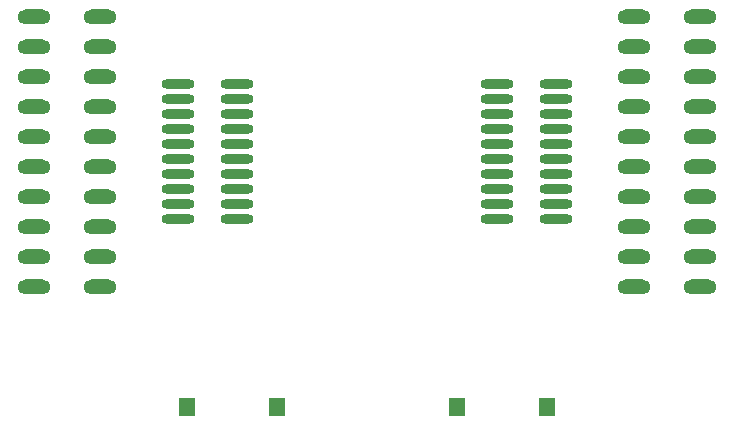
<source format=gtp>
G04 Layer: TopPasteMaskLayer*
G04 EasyEDA v6.5.44, 2024-09-01 09:52:19*
G04 b4576de5f8ba4d03ab64208176f03f1d,a54f91b67bf74260adec70c9c35cfc8e,10*
G04 Gerber Generator version 0.2*
G04 Scale: 100 percent, Rotated: No, Reflected: No *
G04 Dimensions in millimeters *
G04 leading zeros omitted , absolute positions ,4 integer and 5 decimal *
%FSLAX45Y45*%
%MOMM*%

%ADD10R,1.4000X1.5000*%
%ADD11O,2.7999944X1.27*%
%ADD12O,2.7999944X0.7999984*%

%LPD*%
D10*
G01*
X-1522984Y-2159000D03*
G01*
X-762990Y-2159000D03*
G01*
X763015Y-2159000D03*
G01*
X1522984Y-2159000D03*
D11*
G01*
X-2820009Y1143000D03*
G01*
X-2260015Y1143000D03*
G01*
X-2820009Y889000D03*
G01*
X-2260015Y889000D03*
G01*
X-2820009Y635000D03*
G01*
X-2260015Y635000D03*
G01*
X-2820009Y381000D03*
G01*
X-2260015Y381000D03*
G01*
X-2820009Y127000D03*
G01*
X-2260015Y127000D03*
G01*
X-2820009Y-127000D03*
G01*
X-2260015Y-127000D03*
G01*
X-2820009Y-381000D03*
G01*
X-2260015Y-381000D03*
G01*
X-2820009Y-635000D03*
G01*
X-2260015Y-635000D03*
G01*
X-2820009Y-889000D03*
G01*
X-2260015Y-889000D03*
G01*
X-2820009Y-1143000D03*
G01*
X-2260015Y-1143000D03*
G01*
X2259990Y1143000D03*
G01*
X2819984Y1143000D03*
G01*
X2259990Y889000D03*
G01*
X2819984Y889000D03*
G01*
X2259990Y635000D03*
G01*
X2819984Y635000D03*
G01*
X2259990Y381000D03*
G01*
X2819984Y381000D03*
G01*
X2259990Y127000D03*
G01*
X2819984Y127000D03*
G01*
X2259990Y-127000D03*
G01*
X2819984Y-127000D03*
G01*
X2259990Y-381000D03*
G01*
X2819984Y-381000D03*
G01*
X2259990Y-635000D03*
G01*
X2819984Y-635000D03*
G01*
X2259990Y-889000D03*
G01*
X2819984Y-889000D03*
G01*
X2259990Y-1143000D03*
G01*
X2819984Y-1143000D03*
D12*
G01*
X-1099997Y63500D03*
G01*
X-1099997Y-571500D03*
G01*
X-1599996Y-571500D03*
G01*
X-1599996Y63500D03*
G01*
X-1099997Y-444500D03*
G01*
X-1099997Y190500D03*
G01*
X-1599996Y-444500D03*
G01*
X-1599996Y190500D03*
G01*
X-1099997Y-317500D03*
G01*
X-1099997Y317500D03*
G01*
X-1599996Y-317500D03*
G01*
X-1599996Y317500D03*
G01*
X-1099997Y-190500D03*
G01*
X-1099997Y444500D03*
G01*
X-1599996Y-190500D03*
G01*
X-1599996Y444500D03*
G01*
X-1099997Y-63500D03*
G01*
X-1099997Y571500D03*
G01*
X-1599996Y-63500D03*
G01*
X-1599996Y571500D03*
G01*
X1099997Y-63500D03*
G01*
X1099997Y571500D03*
G01*
X1599996Y-63500D03*
G01*
X1599996Y571500D03*
G01*
X1099997Y-190500D03*
G01*
X1099997Y444500D03*
G01*
X1599996Y-190500D03*
G01*
X1599996Y444500D03*
G01*
X1099997Y-317500D03*
G01*
X1099997Y317500D03*
G01*
X1599996Y-317500D03*
G01*
X1599996Y317500D03*
G01*
X1099997Y-444500D03*
G01*
X1099997Y190500D03*
G01*
X1599996Y-444500D03*
G01*
X1599996Y190500D03*
G01*
X1099997Y-571500D03*
G01*
X1099997Y63500D03*
G01*
X1599996Y63500D03*
G01*
X1599996Y-571500D03*
M02*

</source>
